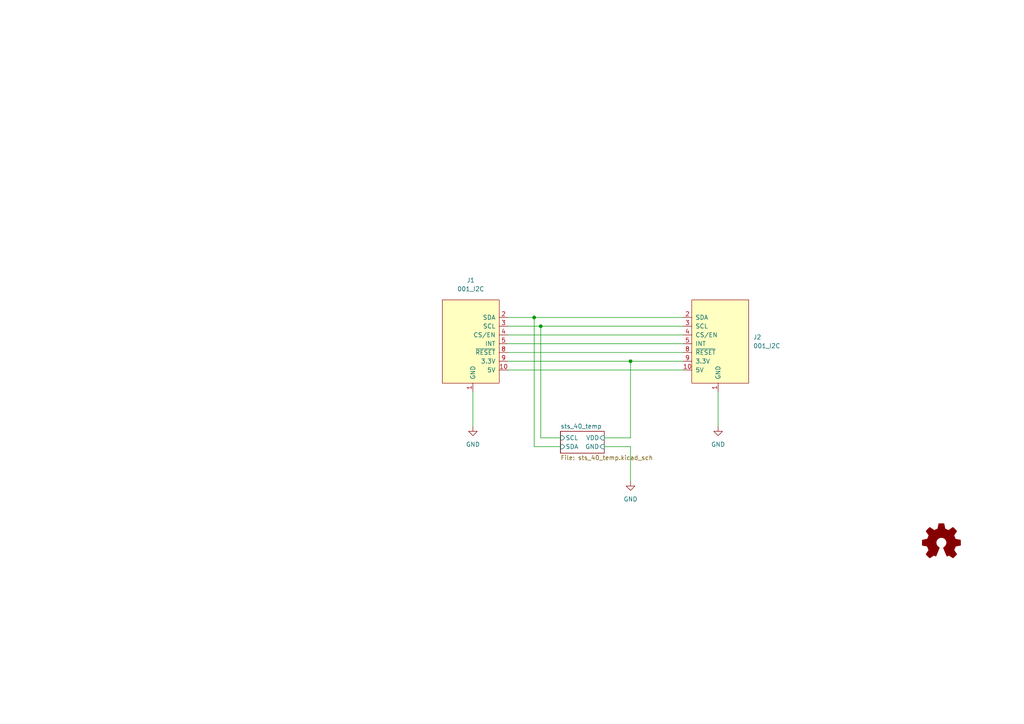
<source format=kicad_sch>
(kicad_sch (version 20211123) (generator eeschema)

  (uuid 57732dd3-1162-4c3f-88bd-31bf473d124d)

  (paper "A4")

  (lib_symbols
    (symbol "Graphic:Logo_Open_Hardware_Small" (pin_names (offset 1.016)) (in_bom yes) (on_board yes)
      (property "Reference" "#LOGO" (id 0) (at 0 6.985 0)
        (effects (font (size 1.27 1.27)) hide)
      )
      (property "Value" "Logo_Open_Hardware_Small" (id 1) (at 0 -5.715 0)
        (effects (font (size 1.27 1.27)) hide)
      )
      (property "Footprint" "" (id 2) (at 0 0 0)
        (effects (font (size 1.27 1.27)) hide)
      )
      (property "Datasheet" "~" (id 3) (at 0 0 0)
        (effects (font (size 1.27 1.27)) hide)
      )
      (property "ki_keywords" "Logo" (id 4) (at 0 0 0)
        (effects (font (size 1.27 1.27)) hide)
      )
      (property "ki_description" "Open Hardware logo, small" (id 5) (at 0 0 0)
        (effects (font (size 1.27 1.27)) hide)
      )
      (symbol "Logo_Open_Hardware_Small_0_1"
        (polyline
          (pts
            (xy 3.3528 -4.3434)
            (xy 3.302 -4.318)
            (xy 3.175 -4.2418)
            (xy 2.9972 -4.1148)
            (xy 2.7686 -3.9624)
            (xy 2.54 -3.81)
            (xy 2.3622 -3.7084)
            (xy 2.2352 -3.6068)
            (xy 2.1844 -3.5814)
            (xy 2.159 -3.6068)
            (xy 2.0574 -3.6576)
            (xy 1.905 -3.7338)
            (xy 1.8034 -3.7846)
            (xy 1.6764 -3.8354)
            (xy 1.6002 -3.8354)
            (xy 1.6002 -3.8354)
            (xy 1.5494 -3.7338)
            (xy 1.4732 -3.5306)
            (xy 1.3462 -3.302)
            (xy 1.2446 -3.0226)
            (xy 1.1176 -2.7178)
            (xy 0.9652 -2.413)
            (xy 0.8636 -2.1082)
            (xy 0.7366 -1.8288)
            (xy 0.6604 -1.6256)
            (xy 0.6096 -1.4732)
            (xy 0.5842 -1.397)
            (xy 0.5842 -1.397)
            (xy 0.6604 -1.3208)
            (xy 0.7874 -1.2446)
            (xy 1.0414 -1.016)
            (xy 1.2954 -0.6858)
            (xy 1.4478 -0.3302)
            (xy 1.524 0.0762)
            (xy 1.4732 0.4572)
            (xy 1.3208 0.8128)
            (xy 1.0668 1.143)
            (xy 0.762 1.3716)
            (xy 0.4064 1.524)
            (xy 0 1.5748)
            (xy -0.381 1.5494)
            (xy -0.7366 1.397)
            (xy -1.0668 1.143)
            (xy -1.2192 0.9906)
            (xy -1.397 0.6604)
            (xy -1.524 0.3048)
            (xy -1.524 0.2286)
            (xy -1.4986 -0.1778)
            (xy -1.397 -0.5334)
            (xy -1.1938 -0.8636)
            (xy -0.9144 -1.143)
            (xy -0.8636 -1.1684)
            (xy -0.7366 -1.27)
            (xy -0.635 -1.3462)
            (xy -0.5842 -1.397)
            (xy -1.0668 -2.5908)
            (xy -1.143 -2.794)
            (xy -1.2954 -3.1242)
            (xy -1.397 -3.4036)
            (xy -1.4986 -3.6322)
            (xy -1.5748 -3.7846)
            (xy -1.6002 -3.8354)
            (xy -1.6002 -3.8354)
            (xy -1.651 -3.8354)
            (xy -1.7272 -3.81)
            (xy -1.905 -3.7338)
            (xy -2.0066 -3.683)
            (xy -2.1336 -3.6068)
            (xy -2.2098 -3.5814)
            (xy -2.2606 -3.6068)
            (xy -2.3622 -3.683)
            (xy -2.54 -3.81)
            (xy -2.7686 -3.9624)
            (xy -2.9718 -4.0894)
            (xy -3.1496 -4.2164)
            (xy -3.302 -4.318)
            (xy -3.3528 -4.3434)
            (xy -3.3782 -4.3434)
            (xy -3.429 -4.318)
            (xy -3.5306 -4.2164)
            (xy -3.7084 -4.064)
            (xy -3.937 -3.8354)
            (xy -3.9624 -3.81)
            (xy -4.1656 -3.6068)
            (xy -4.318 -3.4544)
            (xy -4.4196 -3.3274)
            (xy -4.445 -3.2766)
            (xy -4.445 -3.2766)
            (xy -4.4196 -3.2258)
            (xy -4.318 -3.0734)
            (xy -4.2164 -2.8956)
            (xy -4.064 -2.667)
            (xy -3.6576 -2.0828)
            (xy -3.8862 -1.5494)
            (xy -3.937 -1.3716)
            (xy -4.0386 -1.1684)
            (xy -4.0894 -1.0414)
            (xy -4.1148 -0.9652)
            (xy -4.191 -0.9398)
            (xy -4.318 -0.9144)
            (xy -4.5466 -0.8636)
            (xy -4.8006 -0.8128)
            (xy -5.0546 -0.7874)
            (xy -5.2578 -0.7366)
            (xy -5.4356 -0.7112)
            (xy -5.5118 -0.6858)
            (xy -5.5118 -0.6858)
            (xy -5.5372 -0.635)
            (xy -5.5372 -0.5588)
            (xy -5.5372 -0.4318)
            (xy -5.5626 -0.2286)
            (xy -5.5626 0.0762)
            (xy -5.5626 0.127)
            (xy -5.5372 0.4064)
            (xy -5.5372 0.635)
            (xy -5.5372 0.762)
            (xy -5.5372 0.8382)
            (xy -5.5372 0.8382)
            (xy -5.461 0.8382)
            (xy -5.3086 0.889)
            (xy -5.08 0.9144)
            (xy -4.826 0.9652)
            (xy -4.8006 0.9906)
            (xy -4.5466 1.0414)
            (xy -4.318 1.0668)
            (xy -4.1656 1.1176)
            (xy -4.0894 1.143)
            (xy -4.0894 1.143)
            (xy -4.0386 1.2446)
            (xy -3.9624 1.4224)
            (xy -3.8608 1.6256)
            (xy -3.7846 1.8288)
            (xy -3.7084 2.0066)
            (xy -3.6576 2.159)
            (xy -3.6322 2.2098)
            (xy -3.6322 2.2098)
            (xy -3.683 2.286)
            (xy -3.7592 2.413)
            (xy -3.8862 2.5908)
            (xy -4.064 2.8194)
            (xy -4.064 2.8448)
            (xy -4.2164 3.0734)
            (xy -4.3434 3.2512)
            (xy -4.4196 3.3782)
            (xy -4.445 3.4544)
            (xy -4.445 3.4544)
            (xy -4.3942 3.5052)
            (xy -4.2926 3.6322)
            (xy -4.1148 3.81)
            (xy -3.937 4.0132)
            (xy -3.8608 4.064)
            (xy -3.6576 4.2926)
            (xy -3.5052 4.4196)
            (xy -3.4036 4.4958)
            (xy -3.3528 4.5212)
            (xy -3.3528 4.5212)
            (xy -3.302 4.4704)
            (xy -3.1496 4.3688)
            (xy -2.9718 4.2418)
            (xy -2.7432 4.0894)
            (xy -2.7178 4.0894)
            (xy -2.4892 3.937)
            (xy -2.3114 3.81)
            (xy -2.1844 3.7084)
            (xy -2.1336 3.683)
            (xy -2.1082 3.683)
            (xy -2.032 3.7084)
            (xy -1.8542 3.7592)
            (xy -1.6764 3.8354)
            (xy -1.4732 3.937)
            (xy -1.27 4.0132)
            (xy -1.143 4.064)
            (xy -1.0668 4.1148)
            (xy -1.0668 4.1148)
            (xy -1.0414 4.191)
            (xy -1.016 4.3434)
            (xy -0.9652 4.572)
            (xy -0.9144 4.8514)
            (xy -0.889 4.9022)
            (xy -0.8382 5.1562)
            (xy -0.8128 5.3848)
            (xy -0.7874 5.5372)
            (xy -0.762 5.588)
            (xy -0.7112 5.6134)
            (xy -0.5842 5.6134)
            (xy -0.4064 5.6134)
            (xy -0.1524 5.6134)
            (xy 0.0762 5.6134)
            (xy 0.3302 5.6134)
            (xy 0.5334 5.6134)
            (xy 0.6858 5.588)
            (xy 0.7366 5.588)
            (xy 0.7366 5.588)
            (xy 0.762 5.5118)
            (xy 0.8128 5.334)
            (xy 0.8382 5.1054)
            (xy 0.9144 4.826)
            (xy 0.9144 4.7752)
            (xy 0.9652 4.5212)
            (xy 1.016 4.2926)
            (xy 1.0414 4.1402)
            (xy 1.0668 4.0894)
            (xy 1.0668 4.0894)
            (xy 1.1938 4.0386)
            (xy 1.3716 3.9624)
            (xy 1.5748 3.8608)
            (xy 2.0828 3.6576)
            (xy 2.7178 4.0894)
            (xy 2.7686 4.1402)
            (xy 2.9972 4.2926)
            (xy 3.175 4.4196)
            (xy 3.302 4.4958)
            (xy 3.3782 4.5212)
            (xy 3.3782 4.5212)
            (xy 3.429 4.4704)
            (xy 3.556 4.3434)
            (xy 3.7338 4.191)
            (xy 3.9116 3.9878)
            (xy 4.064 3.8354)
            (xy 4.2418 3.6576)
            (xy 4.3434 3.556)
            (xy 4.4196 3.4798)
            (xy 4.4196 3.429)
            (xy 4.4196 3.4036)
            (xy 4.3942 3.3274)
            (xy 4.2926 3.2004)
            (xy 4.1656 2.9972)
            (xy 4.0132 2.794)
            (xy 3.8862 2.5908)
            (xy 3.7592 2.3876)
            (xy 3.6576 2.2352)
            (xy 3.6322 2.159)
            (xy 3.6322 2.1336)
            (xy 3.683 2.0066)
            (xy 3.7592 1.8288)
            (xy 3.8608 1.6002)
            (xy 4.064 1.1176)
            (xy 4.3942 1.0414)
            (xy 4.5974 1.016)
            (xy 4.8768 0.9652)
            (xy 5.1308 0.9144)
            (xy 5.5372 0.8382)
            (xy 5.5626 -0.6604)
            (xy 5.4864 -0.6858)
            (xy 5.4356 -0.6858)
            (xy 5.2832 -0.7366)
            (xy 5.0546 -0.762)
            (xy 4.8006 -0.8128)
            (xy 4.5974 -0.8636)
            (xy 4.3688 -0.9144)
            (xy 4.2164 -0.9398)
            (xy 4.1402 -0.9398)
            (xy 4.1148 -0.9652)
            (xy 4.064 -1.0668)
            (xy 3.9878 -1.2446)
            (xy 3.9116 -1.4478)
            (xy 3.81 -1.651)
            (xy 3.7338 -1.8542)
            (xy 3.683 -2.0066)
            (xy 3.6576 -2.0828)
            (xy 3.683 -2.1336)
            (xy 3.7846 -2.2606)
            (xy 3.8862 -2.4638)
            (xy 4.0386 -2.667)
            (xy 4.191 -2.8956)
            (xy 4.318 -3.0734)
            (xy 4.3942 -3.2004)
            (xy 4.445 -3.2766)
            (xy 4.4196 -3.3274)
            (xy 4.3434 -3.429)
            (xy 4.1656 -3.5814)
            (xy 3.937 -3.8354)
            (xy 3.8862 -3.8608)
            (xy 3.683 -4.064)
            (xy 3.5306 -4.2164)
            (xy 3.4036 -4.318)
            (xy 3.3528 -4.3434)
          )
          (stroke (width 0) (type default) (color 0 0 0 0))
          (fill (type outline))
        )
      )
    )
    (symbol "power:GND" (power) (pin_names (offset 0)) (in_bom yes) (on_board yes)
      (property "Reference" "#PWR" (id 0) (at 0 -6.35 0)
        (effects (font (size 1.27 1.27)) hide)
      )
      (property "Value" "GND" (id 1) (at 0 -3.81 0)
        (effects (font (size 1.27 1.27)))
      )
      (property "Footprint" "" (id 2) (at 0 0 0)
        (effects (font (size 1.27 1.27)) hide)
      )
      (property "Datasheet" "" (id 3) (at 0 0 0)
        (effects (font (size 1.27 1.27)) hide)
      )
      (property "ki_keywords" "power-flag" (id 4) (at 0 0 0)
        (effects (font (size 1.27 1.27)) hide)
      )
      (property "ki_description" "Power symbol creates a global label with name \"GND\" , ground" (id 5) (at 0 0 0)
        (effects (font (size 1.27 1.27)) hide)
      )
      (symbol "GND_0_1"
        (polyline
          (pts
            (xy 0 0)
            (xy 0 -1.27)
            (xy 1.27 -1.27)
            (xy 0 -2.54)
            (xy -1.27 -1.27)
            (xy 0 -1.27)
          )
          (stroke (width 0) (type default) (color 0 0 0 0))
          (fill (type none))
        )
      )
      (symbol "GND_1_1"
        (pin power_in line (at 0 0 270) (length 0) hide
          (name "GND" (effects (font (size 1.27 1.27))))
          (number "1" (effects (font (size 1.27 1.27))))
        )
      )
    )
    (symbol "put_on_edge:001_I2C" (pin_names (offset 1.016)) (in_bom yes) (on_board yes)
      (property "Reference" "J" (id 0) (at -2.54 13.97 0)
        (effects (font (size 1.27 1.27)))
      )
      (property "Value" "001_I2C" (id 1) (at 8.89 13.97 0)
        (effects (font (size 1.27 1.27)))
      )
      (property "Footprint" "" (id 2) (at 7.62 16.51 0)
        (effects (font (size 1.27 1.27)) hide)
      )
      (property "Datasheet" "" (id 3) (at 7.62 16.51 0)
        (effects (font (size 1.27 1.27)) hide)
      )
      (symbol "001_I2C_0_1"
        (rectangle (start -8.89 12.7) (end 7.62 -11.43)
          (stroke (width 0) (type default) (color 0 0 0 0))
          (fill (type background))
        )
      )
      (symbol "001_I2C_1_1"
        (pin power_in line (at -1.27 -13.97 90) (length 2.54)
          (name "GND" (effects (font (size 1.27 1.27))))
          (number "1" (effects (font (size 1.27 1.27))))
        )
        (pin power_in line (at -11.43 -7.62 0) (length 2.54)
          (name "5V" (effects (font (size 1.27 1.27))))
          (number "10" (effects (font (size 1.27 1.27))))
        )
        (pin bidirectional line (at -11.43 7.62 0) (length 2.54)
          (name "SDA" (effects (font (size 1.27 1.27))))
          (number "2" (effects (font (size 1.27 1.27))))
        )
        (pin bidirectional line (at -11.43 5.08 0) (length 2.54)
          (name "SCL" (effects (font (size 1.27 1.27))))
          (number "3" (effects (font (size 1.27 1.27))))
        )
        (pin bidirectional line (at -11.43 2.54 0) (length 2.54)
          (name "CS/EN" (effects (font (size 1.27 1.27))))
          (number "4" (effects (font (size 1.27 1.27))))
        )
        (pin bidirectional line (at -11.43 0 0) (length 2.54)
          (name "INT" (effects (font (size 1.27 1.27))))
          (number "5" (effects (font (size 1.27 1.27))))
        )
        (pin bidirectional line (at -11.43 -2.54 0) (length 2.54)
          (name "~{RESET}" (effects (font (size 1.27 1.27))))
          (number "8" (effects (font (size 1.27 1.27))))
        )
        (pin power_in line (at -11.43 -5.08 0) (length 2.54)
          (name "3.3V" (effects (font (size 1.27 1.27))))
          (number "9" (effects (font (size 1.27 1.27))))
        )
      )
    )
  )

  (junction (at 182.88 104.775) (diameter 0) (color 0 0 0 0)
    (uuid 24816b05-9060-4c68-b927-2c658b64657a)
  )
  (junction (at 156.845 94.615) (diameter 0) (color 0 0 0 0)
    (uuid 8c15477d-5ab1-4dd8-87e5-8923f26861e3)
  )
  (junction (at 154.94 92.075) (diameter 0) (color 0 0 0 0)
    (uuid f8bd866a-7ff1-4747-b80c-d940029c1a4c)
  )

  (wire (pts (xy 175.26 127) (xy 182.88 127))
    (stroke (width 0) (type default) (color 0 0 0 0))
    (uuid 18816bb9-3cee-4b57-ad14-628255749962)
  )
  (wire (pts (xy 182.88 127) (xy 182.88 104.775))
    (stroke (width 0) (type default) (color 0 0 0 0))
    (uuid 27051e9a-e7a0-42e4-8c01-a8805a92cfe7)
  )
  (wire (pts (xy 147.32 94.615) (xy 156.845 94.615))
    (stroke (width 0) (type default) (color 0 0 0 0))
    (uuid 297171ef-ecf3-40ca-9f03-b0e38e3683f5)
  )
  (wire (pts (xy 208.28 113.665) (xy 208.28 123.825))
    (stroke (width 0) (type default) (color 0 0 0 0))
    (uuid 312822e3-2d5b-4edf-a0d4-0f138eccbab8)
  )
  (wire (pts (xy 147.32 102.235) (xy 198.12 102.235))
    (stroke (width 0) (type default) (color 0 0 0 0))
    (uuid 38e64dd7-e939-4e07-9be7-b9cfb00c5f38)
  )
  (wire (pts (xy 156.845 94.615) (xy 198.12 94.615))
    (stroke (width 0) (type default) (color 0 0 0 0))
    (uuid 4095fbce-1aec-4902-87b5-d1711d7c17b8)
  )
  (wire (pts (xy 147.32 104.775) (xy 182.88 104.775))
    (stroke (width 0) (type default) (color 0 0 0 0))
    (uuid 40b7cf5d-65f8-4872-8cf4-e23d3c68fdd3)
  )
  (wire (pts (xy 154.94 92.075) (xy 198.12 92.075))
    (stroke (width 0) (type default) (color 0 0 0 0))
    (uuid 53a0039e-ae75-47ae-9011-f98ee67c6060)
  )
  (wire (pts (xy 182.88 104.775) (xy 198.12 104.775))
    (stroke (width 0) (type default) (color 0 0 0 0))
    (uuid 59083932-47cf-4f5c-8f0e-a78cb83e9ec5)
  )
  (wire (pts (xy 182.88 129.54) (xy 182.88 139.7))
    (stroke (width 0) (type default) (color 0 0 0 0))
    (uuid 5a1fc14d-1d6f-444c-82b2-77ce3f0eeb3f)
  )
  (wire (pts (xy 162.56 127) (xy 156.845 127))
    (stroke (width 0) (type default) (color 0 0 0 0))
    (uuid 73d5d596-ea30-4c34-a88c-b6868c455186)
  )
  (wire (pts (xy 147.32 92.075) (xy 154.94 92.075))
    (stroke (width 0) (type default) (color 0 0 0 0))
    (uuid 7715abe9-ec27-4f19-a140-81abeac26c1b)
  )
  (wire (pts (xy 154.94 129.54) (xy 154.94 92.075))
    (stroke (width 0) (type default) (color 0 0 0 0))
    (uuid 7ccb7e1b-8bb6-4f2c-9a19-dbbdd83c2815)
  )
  (wire (pts (xy 162.56 129.54) (xy 154.94 129.54))
    (stroke (width 0) (type default) (color 0 0 0 0))
    (uuid 8f407ce1-6c10-4360-bb3a-6350675ef566)
  )
  (wire (pts (xy 147.32 107.315) (xy 198.12 107.315))
    (stroke (width 0) (type default) (color 0 0 0 0))
    (uuid 97396f2c-846b-4036-8a67-ad452ba187ca)
  )
  (wire (pts (xy 175.26 129.54) (xy 182.88 129.54))
    (stroke (width 0) (type default) (color 0 0 0 0))
    (uuid b5f50e6e-6728-4454-96f5-44e0bc388ce5)
  )
  (wire (pts (xy 137.16 113.665) (xy 137.16 123.825))
    (stroke (width 0) (type default) (color 0 0 0 0))
    (uuid b9811d41-d191-4fe2-b189-039aca9e22b4)
  )
  (wire (pts (xy 147.32 97.155) (xy 198.12 97.155))
    (stroke (width 0) (type default) (color 0 0 0 0))
    (uuid ce1a73ee-1599-4a46-9624-313b2180d030)
  )
  (wire (pts (xy 156.845 127) (xy 156.845 94.615))
    (stroke (width 0) (type default) (color 0 0 0 0))
    (uuid dce507a6-31f5-4315-bfcb-bd1522abd3a2)
  )
  (wire (pts (xy 147.32 99.695) (xy 198.12 99.695))
    (stroke (width 0) (type default) (color 0 0 0 0))
    (uuid e64f804c-eec4-49a7-ac24-f2284e8a25a0)
  )

  (symbol (lib_id "power:GND") (at 208.28 123.825 0) (unit 1)
    (in_bom yes) (on_board yes) (fields_autoplaced)
    (uuid 2ad6ccea-d939-4f2a-bec1-08a38be2d071)
    (property "Reference" "#PWR0102" (id 0) (at 208.28 130.175 0)
      (effects (font (size 1.27 1.27)) hide)
    )
    (property "Value" "GND" (id 1) (at 208.28 128.905 0))
    (property "Footprint" "" (id 2) (at 208.28 123.825 0)
      (effects (font (size 1.27 1.27)) hide)
    )
    (property "Datasheet" "" (id 3) (at 208.28 123.825 0)
      (effects (font (size 1.27 1.27)) hide)
    )
    (pin "1" (uuid 5a3f52b6-7625-44a6-a622-dd69b9581f33))
  )

  (symbol (lib_id "put_on_edge:001_I2C") (at 209.55 99.695 0) (unit 1)
    (in_bom yes) (on_board yes) (fields_autoplaced)
    (uuid 393d9b88-923f-4d18-b484-18eaa8736313)
    (property "Reference" "J2" (id 0) (at 218.44 97.7899 0)
      (effects (font (size 1.27 1.27)) (justify left))
    )
    (property "Value" "001_I2C" (id 1) (at 218.44 100.3299 0)
      (effects (font (size 1.27 1.27)) (justify left))
    )
    (property "Footprint" "on_edge:on_edge_2x05_host" (id 2) (at 217.17 83.185 0)
      (effects (font (size 1.27 1.27)) hide)
    )
    (property "Datasheet" "" (id 3) (at 217.17 83.185 0)
      (effects (font (size 1.27 1.27)) hide)
    )
    (pin "1" (uuid b9331902-9e4d-4f3e-b6d5-1180a45cbd9d))
    (pin "10" (uuid 3803562c-5f4c-45ac-bd5c-5a002586fc24))
    (pin "2" (uuid 75cea0c3-6b4d-40ce-ba2b-22d60c6b6fe5))
    (pin "3" (uuid faefa1fa-cc2b-43a1-b12f-9b3f569461d7))
    (pin "4" (uuid 2d0cea22-ace1-4148-ba35-7d3caabe89f7))
    (pin "5" (uuid 81993b37-864d-4200-9fd2-e0cf96dbd8f9))
    (pin "8" (uuid 42d2c8b6-4aee-4558-b739-fadb15df6cca))
    (pin "9" (uuid 82b0b546-157e-44ed-bfee-6a77e4e582e0))
  )

  (symbol (lib_id "put_on_edge:001_I2C") (at 135.89 99.695 0) (mirror y) (unit 1)
    (in_bom yes) (on_board yes) (fields_autoplaced)
    (uuid 7a16f5a5-7080-40b0-aad6-9642206a29b7)
    (property "Reference" "J1" (id 0) (at 136.525 81.28 0))
    (property "Value" "001_I2C" (id 1) (at 136.525 83.82 0))
    (property "Footprint" "on_edge:on_edge_2x05_device" (id 2) (at 128.27 83.185 0)
      (effects (font (size 1.27 1.27)) hide)
    )
    (property "Datasheet" "" (id 3) (at 128.27 83.185 0)
      (effects (font (size 1.27 1.27)) hide)
    )
    (pin "1" (uuid 52945947-1a56-461e-8522-3edcc589f5a4))
    (pin "10" (uuid 06485aa3-1498-4cd5-9860-4058db8ceb21))
    (pin "2" (uuid 0efbf880-4dfc-40cf-8206-596bdcc54865))
    (pin "3" (uuid a978644c-1036-4a06-bcb4-1d55debf9971))
    (pin "4" (uuid 455b07e2-2d6d-4bbc-a491-e07a4a518bac))
    (pin "5" (uuid f07ce4b0-9272-4a99-aa5e-003094efc973))
    (pin "8" (uuid 2102bd96-4cbe-4ce6-8f6f-c7d9f56d70d2))
    (pin "9" (uuid f9c65394-730c-4c99-a143-a484d9eb5bc7))
  )

  (symbol (lib_id "power:GND") (at 182.88 139.7 0) (unit 1)
    (in_bom yes) (on_board yes) (fields_autoplaced)
    (uuid 971afa99-5d33-4a72-a8e1-edd3c45138ed)
    (property "Reference" "#PWR0101" (id 0) (at 182.88 146.05 0)
      (effects (font (size 1.27 1.27)) hide)
    )
    (property "Value" "GND" (id 1) (at 182.88 144.78 0))
    (property "Footprint" "" (id 2) (at 182.88 139.7 0)
      (effects (font (size 1.27 1.27)) hide)
    )
    (property "Datasheet" "" (id 3) (at 182.88 139.7 0)
      (effects (font (size 1.27 1.27)) hide)
    )
    (pin "1" (uuid 0e12e353-ffd6-4e27-8957-653e209f57b0))
  )

  (symbol (lib_id "Graphic:Logo_Open_Hardware_Small") (at 273.05 157.48 0) (unit 1)
    (in_bom yes) (on_board yes) (fields_autoplaced)
    (uuid b72b6f4a-7489-40f2-bb90-d75ae01aa368)
    (property "Reference" "LOGO1" (id 0) (at 273.05 150.495 0)
      (effects (font (size 1.27 1.27)) hide)
    )
    (property "Value" "Logo_Open_Hardware_Small" (id 1) (at 273.05 163.195 0)
      (effects (font (size 1.27 1.27)) hide)
    )
    (property "Footprint" "Symbol:OSHW-Symbol_6.7x6mm_SilkScreen" (id 2) (at 273.05 157.48 0)
      (effects (font (size 1.27 1.27)) hide)
    )
    (property "Datasheet" "~" (id 3) (at 273.05 157.48 0)
      (effects (font (size 1.27 1.27)) hide)
    )
  )

  (symbol (lib_id "power:GND") (at 137.16 123.825 0) (unit 1)
    (in_bom yes) (on_board yes) (fields_autoplaced)
    (uuid e94413b4-4d8a-4e3d-8c3c-d38590df2498)
    (property "Reference" "#PWR0103" (id 0) (at 137.16 130.175 0)
      (effects (font (size 1.27 1.27)) hide)
    )
    (property "Value" "GND" (id 1) (at 137.16 128.905 0))
    (property "Footprint" "" (id 2) (at 137.16 123.825 0)
      (effects (font (size 1.27 1.27)) hide)
    )
    (property "Datasheet" "" (id 3) (at 137.16 123.825 0)
      (effects (font (size 1.27 1.27)) hide)
    )
    (pin "1" (uuid f3a60400-5219-48f5-adef-0afb527f1d83))
  )

  (sheet (at 162.56 125.095) (size 12.7 6.35) (fields_autoplaced)
    (stroke (width 0.1524) (type solid) (color 0 0 0 0))
    (fill (color 0 0 0 0.0000))
    (uuid 767ce4c6-0e55-4543-92f0-34cb8237a544)
    (property "Sheet name" "sts_40_temp" (id 0) (at 162.56 124.3834 0)
      (effects (font (size 1.27 1.27)) (justify left bottom))
    )
    (property "Sheet file" "sts_40_temp.kicad_sch" (id 1) (at 162.56 132.0296 0)
      (effects (font (size 1.27 1.27)) (justify left top))
    )
    (pin "GND" input (at 175.26 129.54 0)
      (effects (font (size 1.27 1.27)) (justify right))
      (uuid 466cf29f-04d2-4303-aa26-8ec28548d2f2)
    )
    (pin "VDD" input (at 175.26 127 0)
      (effects (font (size 1.27 1.27)) (justify right))
      (uuid 4317b576-34ac-4445-84a0-ab9beb58d1c1)
    )
    (pin "SCL" input (at 162.56 127 180)
      (effects (font (size 1.27 1.27)) (justify left))
      (uuid feb1fb26-7660-4bc1-b8d0-d633e9927810)
    )
    (pin "SDA" input (at 162.56 129.54 180)
      (effects (font (size 1.27 1.27)) (justify left))
      (uuid cd0b2cff-bc46-4cfc-9980-d60c9c2a70c7)
    )
  )

  (sheet_instances
    (path "/" (page "1"))
    (path "/767ce4c6-0e55-4543-92f0-34cb8237a544" (page "2"))
  )

  (symbol_instances
    (path "/971afa99-5d33-4a72-a8e1-edd3c45138ed"
      (reference "#PWR0101") (unit 1) (value "GND") (footprint "")
    )
    (path "/2ad6ccea-d939-4f2a-bec1-08a38be2d071"
      (reference "#PWR0102") (unit 1) (value "GND") (footprint "")
    )
    (path "/e94413b4-4d8a-4e3d-8c3c-d38590df2498"
      (reference "#PWR0103") (unit 1) (value "GND") (footprint "")
    )
    (path "/767ce4c6-0e55-4543-92f0-34cb8237a544/dcf36c28-dbcd-420c-a379-ce70e404d466"
      (reference "C1") (unit 1) (value "100nF") (footprint "Capacitor_SMD:C_0402_1005Metric")
    )
    (path "/7a16f5a5-7080-40b0-aad6-9642206a29b7"
      (reference "J1") (unit 1) (value "001_I2C") (footprint "on_edge:on_edge_2x05_device")
    )
    (path "/393d9b88-923f-4d18-b484-18eaa8736313"
      (reference "J2") (unit 1) (value "001_I2C") (footprint "on_edge:on_edge_2x05_host")
    )
    (path "/b72b6f4a-7489-40f2-bb90-d75ae01aa368"
      (reference "LOGO1") (unit 1) (value "Logo_Open_Hardware_Small") (footprint "Symbol:OSHW-Symbol_6.7x6mm_SilkScreen")
    )
    (path "/767ce4c6-0e55-4543-92f0-34cb8237a544/56192b38-ac0c-4915-a9bf-2efe9ce1b4f3"
      (reference "U1") (unit 1) (value "STS4X") (footprint "STS4X")
    )
  )
)

</source>
